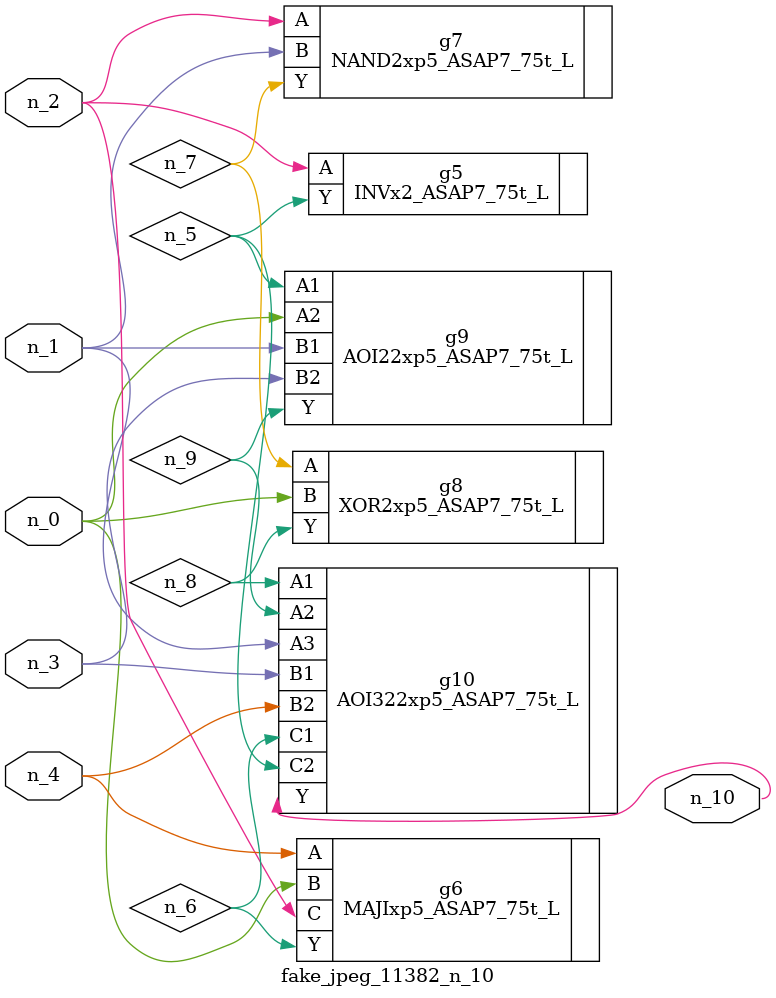
<source format=v>
module fake_jpeg_11382_n_10 (n_3, n_2, n_1, n_0, n_4, n_10);

input n_3;
input n_2;
input n_1;
input n_0;
input n_4;

output n_10;

wire n_8;
wire n_9;
wire n_6;
wire n_5;
wire n_7;

INVx2_ASAP7_75t_L g5 ( 
.A(n_2),
.Y(n_5)
);

MAJIxp5_ASAP7_75t_L g6 ( 
.A(n_4),
.B(n_0),
.C(n_2),
.Y(n_6)
);

NAND2xp5_ASAP7_75t_L g7 ( 
.A(n_2),
.B(n_1),
.Y(n_7)
);

XOR2xp5_ASAP7_75t_L g8 ( 
.A(n_7),
.B(n_0),
.Y(n_8)
);

AOI322xp5_ASAP7_75t_L g10 ( 
.A1(n_8),
.A2(n_9),
.A3(n_1),
.B1(n_3),
.B2(n_4),
.C1(n_6),
.C2(n_5),
.Y(n_10)
);

AOI22xp5_ASAP7_75t_L g9 ( 
.A1(n_5),
.A2(n_0),
.B1(n_1),
.B2(n_3),
.Y(n_9)
);


endmodule
</source>
